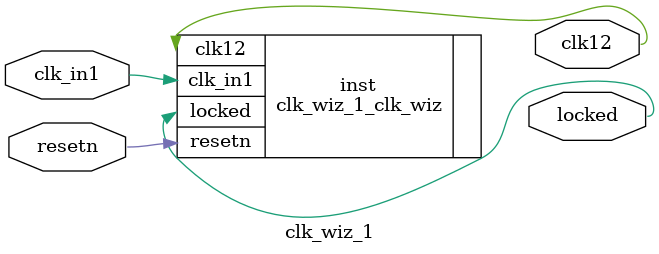
<source format=v>


`timescale 1ps/1ps

(* CORE_GENERATION_INFO = "clk_wiz_1,clk_wiz_v6_0_13_0_0,{component_name=clk_wiz_1,use_phase_alignment=true,use_min_o_jitter=false,use_max_i_jitter=false,use_dyn_phase_shift=false,use_inclk_switchover=false,use_dyn_reconfig=false,enable_axi=0,feedback_source=FDBK_AUTO,PRIMITIVE=MMCM,num_out_clk=1,clkin1_period=20.000,clkin2_period=10.0,use_power_down=false,use_reset=true,use_locked=true,use_inclk_stopped=false,feedback_type=SINGLE,CLOCK_MGR_TYPE=NA,manual_override=false}" *)

module clk_wiz_1 
 (
  // Clock out ports
  output        clk12,
  // Status and control signals
  input         resetn,
  output        locked,
 // Clock in ports
  input         clk_in1
 );

  clk_wiz_1_clk_wiz inst
  (
  // Clock out ports  
  .clk12(clk12),
  // Status and control signals               
  .resetn(resetn), 
  .locked(locked),
 // Clock in ports
  .clk_in1(clk_in1)
  );

endmodule

</source>
